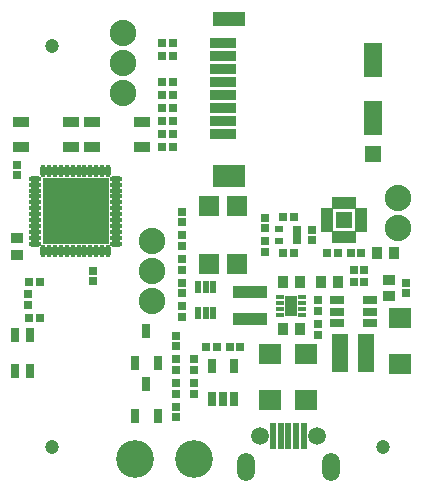
<source format=gts>
G04*
G04 #@! TF.GenerationSoftware,Altium Limited,CircuitStudio,1.5.2 (30)*
G04*
G04 Layer_Color=2238352*
%FSLAX25Y25*%
%MOIN*%
G70*
G01*
G75*
%ADD51C,0.02400*%
%ADD61R,0.04343X0.07099*%
%ADD62R,0.02769X0.01784*%
%ADD63R,0.03950X0.01981*%
%ADD64R,0.01981X0.03950*%
%ADD65R,0.05643X0.05643*%
%ADD66R,0.02965X0.02572*%
%ADD67R,0.02178X0.04147*%
%ADD68R,0.06706X0.06706*%
%ADD69R,0.03556X0.04343*%
%ADD70R,0.02572X0.02965*%
%ADD71R,0.05524X0.03359*%
%ADD72R,0.04343X0.03556*%
%ADD73R,0.03162X0.04737*%
%ADD74R,0.22060X0.22060*%
%ADD75O,0.04343X0.01784*%
%ADD76O,0.01784X0.04343*%
%ADD77R,0.03162X0.04540*%
%ADD78R,0.07414X0.06784*%
%ADD79R,0.04737X0.02965*%
%ADD80R,0.05721X0.12611*%
%ADD81R,0.02375X0.08674*%
%ADD82R,0.03162X0.04737*%
%ADD83R,0.11430X0.03950*%
%ADD84R,0.02769X0.01981*%
%ADD85R,0.05524X0.05524*%
%ADD86R,0.06312X0.11430*%
%ADD87R,0.08674X0.03556*%
%ADD88R,0.11036X0.07493*%
%ADD89R,0.11036X0.04737*%
%ADD90C,0.08832*%
%ADD91C,0.12611*%
%ADD92C,0.03200*%
%ADD93O,0.05918X0.09461*%
%ADD94C,0.05918*%
%ADD95C,0.04737*%
D51*
X16122Y101988D02*
D03*
D61*
X95472Y62992D02*
D03*
D62*
X91732Y65945D02*
D03*
Y63976D02*
D03*
Y62008D02*
D03*
Y60039D02*
D03*
X99213Y65945D02*
D03*
Y63976D02*
D03*
Y62008D02*
D03*
Y60039D02*
D03*
D63*
X107579Y94488D02*
D03*
Y92520D02*
D03*
Y90551D02*
D03*
Y88583D02*
D03*
X118799D02*
D03*
Y90551D02*
D03*
Y92520D02*
D03*
Y94488D02*
D03*
D64*
X110236Y85925D02*
D03*
X112205D02*
D03*
X114173D02*
D03*
X116142D02*
D03*
Y97146D02*
D03*
X114173D02*
D03*
X112205D02*
D03*
X110236D02*
D03*
D65*
X113189Y91535D02*
D03*
D66*
X59055Y59252D02*
D03*
Y62795D02*
D03*
Y70669D02*
D03*
Y67126D02*
D03*
X59055Y86417D02*
D03*
Y82874D02*
D03*
X29528Y71063D02*
D03*
Y74606D02*
D03*
X3937Y106496D02*
D03*
Y110039D02*
D03*
X7874Y66732D02*
D03*
Y63189D02*
D03*
X57087Y25787D02*
D03*
Y29331D02*
D03*
Y41535D02*
D03*
Y45079D02*
D03*
Y49409D02*
D03*
Y52953D02*
D03*
Y33661D02*
D03*
Y37205D02*
D03*
X104331Y56890D02*
D03*
Y53347D02*
D03*
Y64764D02*
D03*
Y61221D02*
D03*
X133858Y67126D02*
D03*
Y70669D02*
D03*
X62992Y41535D02*
D03*
Y45079D02*
D03*
Y33661D02*
D03*
Y37205D02*
D03*
X59055Y90748D02*
D03*
Y94291D02*
D03*
X86614Y84449D02*
D03*
Y80905D02*
D03*
X102362Y84842D02*
D03*
Y88386D02*
D03*
X86614Y88779D02*
D03*
Y92323D02*
D03*
X59055Y75000D02*
D03*
Y78543D02*
D03*
D67*
X69488Y69291D02*
D03*
X66929D02*
D03*
X64370D02*
D03*
X69488Y60630D02*
D03*
X66929D02*
D03*
X64370D02*
D03*
D68*
X77559Y96260D02*
D03*
X68110D02*
D03*
Y76968D02*
D03*
X77559D02*
D03*
D69*
X124213Y80709D02*
D03*
X129724D02*
D03*
X105512Y70866D02*
D03*
X111024D02*
D03*
X92913Y55118D02*
D03*
X98425D02*
D03*
X92913Y70866D02*
D03*
X98425D02*
D03*
D70*
X118898Y80709D02*
D03*
X115354D02*
D03*
X111024D02*
D03*
X107480D02*
D03*
X56102Y115945D02*
D03*
X52559D02*
D03*
X56102Y124606D02*
D03*
X52559D02*
D03*
X56102Y120276D02*
D03*
X52559D02*
D03*
X56102Y150591D02*
D03*
X52559D02*
D03*
X56102Y146260D02*
D03*
X52559D02*
D03*
X56102Y133268D02*
D03*
X52559D02*
D03*
X56102Y128937D02*
D03*
X52559D02*
D03*
X56102Y137598D02*
D03*
X52559D02*
D03*
X8071Y59055D02*
D03*
X11614D02*
D03*
X8071Y70866D02*
D03*
X11614D02*
D03*
X116339Y70866D02*
D03*
X119882D02*
D03*
X116339Y74803D02*
D03*
X119882D02*
D03*
X78543Y49213D02*
D03*
X75000D02*
D03*
X70669D02*
D03*
X67126D02*
D03*
X92716Y92520D02*
D03*
X96260D02*
D03*
X96260Y80709D02*
D03*
X92717D02*
D03*
D71*
X45866Y124311D02*
D03*
X28937D02*
D03*
Y115847D02*
D03*
X45866D02*
D03*
X22244Y124311D02*
D03*
X5315D02*
D03*
Y115847D02*
D03*
X22244D02*
D03*
D72*
X3937Y79921D02*
D03*
Y85433D02*
D03*
X127953Y66142D02*
D03*
Y71653D02*
D03*
D73*
X3346Y53150D02*
D03*
Y41339D02*
D03*
X8465D02*
D03*
Y53150D02*
D03*
D74*
X23622Y94488D02*
D03*
D75*
X10236Y83661D02*
D03*
Y85630D02*
D03*
Y87598D02*
D03*
Y89567D02*
D03*
Y91535D02*
D03*
Y93504D02*
D03*
Y95473D02*
D03*
Y97441D02*
D03*
Y99410D02*
D03*
Y101378D02*
D03*
Y103347D02*
D03*
Y105315D02*
D03*
X37008D02*
D03*
Y103347D02*
D03*
Y101378D02*
D03*
Y99410D02*
D03*
Y97441D02*
D03*
Y95473D02*
D03*
Y93504D02*
D03*
Y91535D02*
D03*
Y89567D02*
D03*
Y87598D02*
D03*
Y85630D02*
D03*
Y83661D02*
D03*
D76*
X12795Y107874D02*
D03*
X14764D02*
D03*
X16732D02*
D03*
X18701D02*
D03*
X20669D02*
D03*
X22638D02*
D03*
X24606D02*
D03*
X26575D02*
D03*
X28543D02*
D03*
X30512D02*
D03*
X32480D02*
D03*
X34449D02*
D03*
Y81102D02*
D03*
X32480D02*
D03*
X30512D02*
D03*
X28543D02*
D03*
X26575D02*
D03*
X24606D02*
D03*
X22638D02*
D03*
X20669D02*
D03*
X18701D02*
D03*
X16732D02*
D03*
X14764D02*
D03*
X12795D02*
D03*
D77*
X47244Y54626D02*
D03*
X50984Y43799D02*
D03*
X43504D02*
D03*
X47246Y36907D02*
D03*
X50986Y26080D02*
D03*
X43506D02*
D03*
D78*
X88583Y31693D02*
D03*
Y47047D02*
D03*
X131890Y43504D02*
D03*
Y58858D02*
D03*
X100394Y31693D02*
D03*
Y47047D02*
D03*
D79*
X121654Y57284D02*
D03*
Y61024D02*
D03*
Y64764D02*
D03*
X110630Y57284D02*
D03*
Y61024D02*
D03*
Y64764D02*
D03*
D80*
X111713Y47244D02*
D03*
X120571D02*
D03*
D81*
X99606Y19685D02*
D03*
X97047D02*
D03*
X94488D02*
D03*
X91929D02*
D03*
X89370D02*
D03*
D82*
X69095Y31988D02*
D03*
X72835D02*
D03*
X76575D02*
D03*
Y42815D02*
D03*
X69095D02*
D03*
D83*
X81890Y67520D02*
D03*
Y58465D02*
D03*
D84*
X91536Y84646D02*
D03*
Y88583D02*
D03*
X97441D02*
D03*
Y86614D02*
D03*
Y84646D02*
D03*
D85*
X122835Y113583D02*
D03*
D86*
Y144882D02*
D03*
Y125591D02*
D03*
D87*
X72835Y120079D02*
D03*
Y124409D02*
D03*
Y128740D02*
D03*
Y133071D02*
D03*
Y137402D02*
D03*
Y141732D02*
D03*
Y146063D02*
D03*
Y150394D02*
D03*
D88*
X74803Y106102D02*
D03*
D89*
Y158661D02*
D03*
D90*
X131142Y99016D02*
D03*
Y89016D02*
D03*
X49213Y84646D02*
D03*
Y74646D02*
D03*
Y64646D02*
D03*
X39370Y133858D02*
D03*
Y143858D02*
D03*
Y153858D02*
D03*
D91*
X62992Y11811D02*
D03*
X43307D02*
D03*
D92*
X16122Y86988D02*
D03*
X31122Y101988D02*
D03*
Y86988D02*
D03*
Y94488D02*
D03*
X23622Y101988D02*
D03*
X16122Y94488D02*
D03*
X23622Y86988D02*
D03*
Y94488D02*
D03*
D93*
X80315Y9205D02*
D03*
X108661D02*
D03*
D94*
X84941Y19716D02*
D03*
X104035D02*
D03*
D95*
X15748Y15748D02*
D03*
X125984D02*
D03*
X15748Y149606D02*
D03*
M02*

</source>
